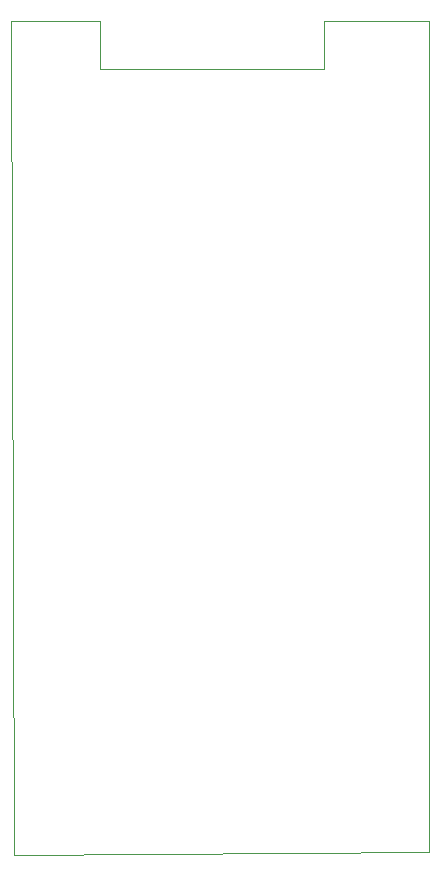
<source format=gbr>
%TF.GenerationSoftware,KiCad,Pcbnew,8.0.5-1.fc40*%
%TF.CreationDate,2024-10-05T09:08:48-05:00*%
%TF.ProjectId,PCB_ESP32,5043425f-4553-4503-9332-2e6b69636164,rev?*%
%TF.SameCoordinates,Original*%
%TF.FileFunction,Profile,NP*%
%FSLAX46Y46*%
G04 Gerber Fmt 4.6, Leading zero omitted, Abs format (unit mm)*
G04 Created by KiCad (PCBNEW 8.0.5-1.fc40) date 2024-10-05 09:08:48*
%MOMM*%
%LPD*%
G01*
G04 APERTURE LIST*
%TA.AperFunction,Profile*%
%ADD10C,0.050000*%
%TD*%
G04 APERTURE END LIST*
D10*
X170540000Y-139640000D02*
X135410000Y-139860000D01*
X135140000Y-69290000D01*
X142700000Y-69300000D01*
X142700000Y-73300000D01*
X161700000Y-73300000D01*
X161700000Y-69300000D01*
X170580000Y-69270000D01*
X170540000Y-139640000D01*
M02*

</source>
